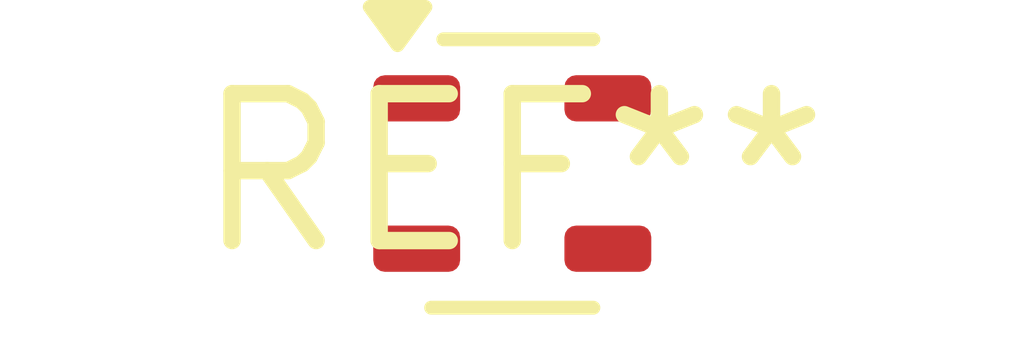
<source format=kicad_pcb>
(kicad_pcb (version 20240108) (generator pcbnew)
  (layers (0 "F.Cu" signal) (31 "B.Cu" signal) (34 "B.Paste" user) (35 "F.Paste" user) (36 "B.SilkS" user "B.Silkscreen") (37 "F.SilkS" user "F.Silkscreen") (38 "B.Mask" user) (39 "F.Mask" user) (44 "Edge.Cuts" user))
  (net 0 "")
  (footprint "SC-82AA" (layer "F.Cu") (at 0 0)
    (property "Reference" "REF**")
    (property "Value" "SC-82AA")
    (fp_line (start -0.7 1.16) (end 0.7 1.16) (layer "F.SilkS") (stroke (width 0.12)))
    (fp_line (start -0.595 -1.16) (end 0.7 -1.16) (layer "F.SilkS") (stroke (width 0.12)))
    (fp_poly (pts (xy -0.99 -1.11) (xy -0.75 -1.44) (xy -1.23 -1.44) (xy -0.99 -1.11)) (layer "F.SilkS") (stroke (width 0.12)) (fill solid))
    (pad "1" smd roundrect (at -0.825 -0.65) (size 0.75 0.4) (layers "F.Cu" "F.Paste" "F.Mask"))
    (pad "2" smd roundrect (at -0.825 0.65) (size 0.75 0.4) (layers "F.Cu" "F.Paste" "F.Mask"))
    (pad "3" smd roundrect (at 0.825 0.65) (size 0.75 0.4) (layers "F.Cu" "F.Paste" "F.Mask"))
    (pad "4" smd roundrect (at 0.825 -0.65) (size 0.75 0.4) (layers "F.Cu" "F.Paste" "F.Mask"))
  )
)
</source>
